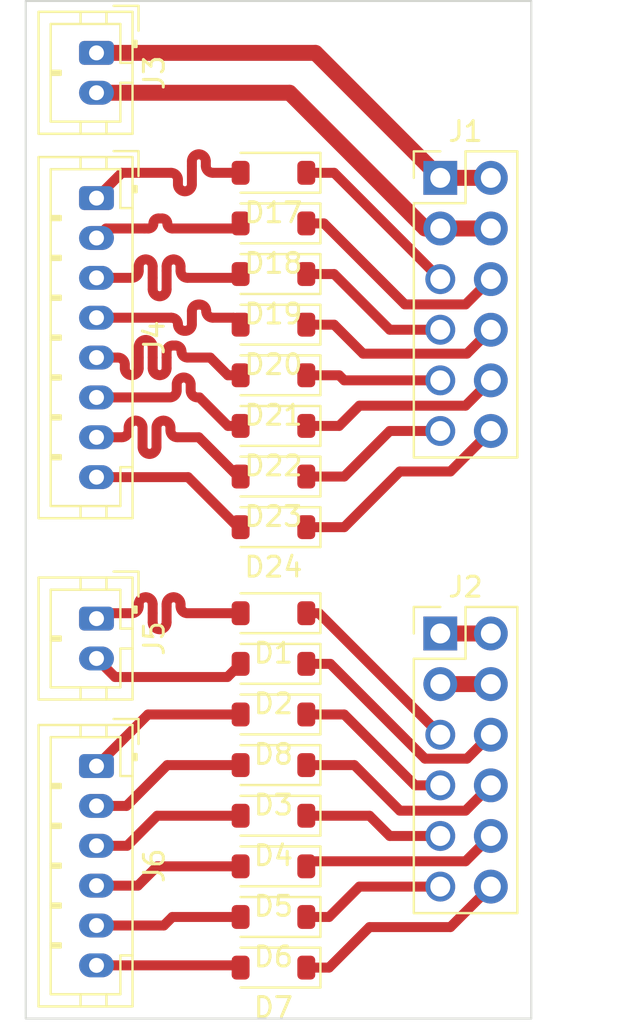
<source format=kicad_pcb>
(kicad_pcb (version 20221018) (generator pcbnew)
  (layers (0 "F.Cu" signal) (31 "B.Cu" signal) (34 "B.Paste" user) (35 "F.Paste" user) (36 "B.SilkS" user "B.Silkscreen") (37 "F.SilkS" user "F.Silkscreen") (38 "B.Mask" user) (39 "F.Mask" user) (44 "Edge.Cuts" user))
  (net 0 "")
  (net 1 "IO8")
  (net 2 "Net-(D1-A)")
  (net 3 "IO9")
  (net 4 "Net-(D2-A)")
  (net 5 "IO11")
  (net 6 "Net-(D3-A)")
  (net 7 "IO12")
  (net 8 "Net-(D4-A)")
  (net 9 "IO13")
  (net 10 "Net-(D5-A)")
  (net 11 "IO14")
  (net 12 "Net-(D6-A)")
  (net 13 "IO15")
  (net 14 "Net-(D7-A)")
  (net 15 "IO10")
  (net 16 "Net-(D8-A)")
  (net 17 "IO0")
  (net 18 "Net-(D17-A)")
  (net 19 "IO1")
  (net 20 "Net-(D18-A)")
  (net 21 "IO2")
  (net 22 "Net-(D19-A)")
  (net 23 "IO3")
  (net 24 "Net-(D20-A)")
  (net 25 "IO4")
  (net 26 "Net-(D21-A)")
  (net 27 "IO5")
  (net 28 "Net-(D22-A)")
  (net 29 "IO6")
  (net 30 "Net-(D23-A)")
  (net 31 "IO7")
  (net 32 "Net-(D24-A)")
  (net 33 "+3V3")
  (net 34 "GND")
  (footprint "Connector_JST:JST_PH_B8B-PH-K_1x08_P2.00mm_Vertical" (layer "F.Cu") (at 4.572 -42.942 -90)
    (fp_text reference "J4" (at 7 -2.9 90) (layer "F.SilkS"))
    (fp_text value "DATA")
    (fp_line (start -2.36 -2.11) (end -2.36 -0.86) (stroke (width 0.12)) (layer "F.SilkS"))
    (fp_line (start -2.06 -1.81) (end -2.06 2.91) (stroke (width 0.12)) (layer "F.SilkS"))
    (fp_line (start -2.06 -0.5) (end -1.45 -0.5) (stroke (width 0.12)) (layer "F.SilkS"))
    (fp_line (start -2.06 0.8) (end -1.45 0.8) (stroke (width 0.12)) (layer "F.SilkS"))
    (fp_line (start -2.06 2.91) (end 16.06 2.91) (stroke (width 0.12)) (layer "F.SilkS"))
    (fp_line (start -1.45 -1.2) (end -1.45 2.3) (stroke (width 0.12)) (layer "F.SilkS"))
    (fp_line (start -1.45 2.3) (end 15.45 2.3) (stroke (width 0.12)) (layer "F.SilkS"))
    (fp_line (start -1.11 -2.11) (end -2.36 -2.11) (stroke (width 0.12)) (layer "F.SilkS"))
    (fp_line (start -0.6 -2.01) (end -0.6 -1.81) (stroke (width 0.12)) (layer "F.SilkS"))
    (fp_line (start -0.3 -2.01) (end -0.6 -2.01) (stroke (width 0.12)) (layer "F.SilkS"))
    (fp_line (start -0.3 -1.91) (end -0.6 -1.91) (stroke (width 0.12)) (layer "F.SilkS"))
    (fp_line (start -0.3 -1.81) (end -0.3 -2.01) (stroke (width 0.12)) (layer "F.SilkS"))
    (fp_line (start 0.5 -1.81) (end 0.5 -1.2) (stroke (width 0.12)) (layer "F.SilkS"))
    (fp_line (start 0.5 -1.2) (end -1.45 -1.2) (stroke (width 0.12)) (layer "F.SilkS"))
    (fp_line (start 0.9 1.8) (end 1.1 1.8) (stroke (width 0.12)) (layer "F.SilkS"))
    (fp_line (start 0.9 2.3) (end 0.9 1.8) (stroke (width 0.12)) (layer "F.SilkS"))
    (fp_line (start 1 2.3) (end 1 1.8) (stroke (width 0.12)) (layer "F.SilkS"))
    (fp_line (start 1.1 1.8) (end 1.1 2.3) (stroke (width 0.12)) (layer "F.SilkS"))
    (fp_line (start 2.9 1.8) (end 3.1 1.8) (stroke (width 0.12)) (layer "F.SilkS"))
    (fp_line (start 2.9 2.3) (end 2.9 1.8) (stroke (width 0.12)) (layer "F.SilkS"))
    (fp_line (start 3 2.3) (end 3 1.8) (stroke (width 0.12)) (layer "F.SilkS"))
    (fp_line (start 3.1 1.8) (end 3.1 2.3) (stroke (width 0.12)) (layer "F.SilkS"))
    (fp_line (start 4.9 1.8) (end 5.1 1.8) (stroke (width 0.12)) (layer "F.SilkS"))
    (fp_line (start 4.9 2.3) (end 4.9 1.8) (stroke (width 0.12)) (layer "F.SilkS"))
    (fp_line (start 5 2.3) (end 5 1.8) (stroke (width 0.12)) (layer "F.SilkS"))
    (fp_line (start 5.1 1.8) (end 5.1 2.3) (stroke (width 0.12)) (layer "F.SilkS"))
    (fp_line (start 6.9 1.8) (end 7.1 1.8) (stroke (width 0.12)) (layer "F.SilkS"))
    (fp_line (start 6.9 2.3) (end 6.9 1.8) (stroke (width 0.12)) (layer "F.SilkS"))
    (fp_line (start 7 2.3) (end 7 1.8) (stroke (width 0.12)) (layer "F.SilkS"))
    (fp_line (start 7.1 1.8) (end 7.1 2.3) (stroke (width 0.12)) (layer "F.SilkS"))
    (fp_line (start 8.9 1.8) (end 9.1 1.8) (stroke (width 0.12)) (layer "F.SilkS"))
    (fp_line (start 8.9 2.3) (end 8.9 1.8) (stroke (width 0.12)) (layer "F.SilkS"))
    (fp_line (start 9 2.3) (end 9 1.8) (stroke (width 0.12)) (layer "F.SilkS"))
    (fp_line (start 9.1 1.8) (end 9.1 2.3) (stroke (width 0.12)) (layer "F.SilkS"))
    (fp_line (start 10.9 1.8) (end 11.1 1.8) (stroke (width 0.12)) (layer "F.SilkS"))
    (fp_line (start 10.9 2.3) (end 10.9 1.8) (stroke (width 0.12)) (layer "F.SilkS"))
    (fp_line (start 11 2.3) (end 11 1.8) (stroke (width 0.12)) (layer "F.SilkS"))
    (fp_line (start 11.1 1.8) (end 11.1 2.3) (stroke (width 0.12)) (layer "F.SilkS"))
    (fp_line (start 12.9 1.8) (end 13.1 1.8) (stroke (width 0.12)) (layer "F.SilkS"))
    (fp_line (start 12.9 2.3) (end 12.9 1.8) (stroke (width 0.12)) (layer "F.SilkS"))
    (fp_line (start 13 2.3) (end 13 1.8) (stroke (width 0.12)) (layer "F.SilkS"))
    (fp_line (start 13.1 1.8) (end 13.1 2.3) (stroke (width 0.12)) (layer "F.SilkS"))
    (fp_line (start 13.5 -1.2) (end 13.5 -1.81) (stroke (width 0.12)) (layer "F.SilkS"))
    (fp_line (start 15.45 -1.2) (end 13.5 -1.2) (stroke (width 0.12)) (layer "F.SilkS"))
    (fp_line (start 15.45 2.3) (end 15.45 -1.2) (stroke (width 0.12)) (layer "F.SilkS"))
    (fp_line (start 16.06 -1.81) (end -2.06 -1.81) (stroke (width 0.12)) (layer "F.SilkS"))
    (fp_line (start 16.06 -0.5) (end 15.45 -0.5) (stroke (width 0.12)) (layer "F.SilkS"))
    (fp_line (start 16.06 0.8) (end 15.45 0.8) (stroke (width 0.12)) (layer "F.SilkS"))
    (fp_line (start 16.06 2.91) (end 16.06 -1.81) (stroke (width 0.12)) (layer "F.SilkS"))
    (pad "1" thru_hole roundrect (at 0 0 270) (size 1.2 1.75) (drill 0.75) (layers "*.Cu" "*.Mask") (roundrect_rratio 0.208333) (net 18 "Net-(D17-A)"))
    (pad "2" thru_hole oval (at 2 0 270) (size 1.2 1.75) (drill 0.75) (layers "*.Cu" "*.Mask") (net 20 "Net-(D18-A)"))
    (pad "3" thru_hole oval (at 4 0 270) (size 1.2 1.75) (drill 0.75) (layers "*.Cu" "*.Mask") (net 22 "Net-(D19-A)"))
    (pad "4" thru_hole oval (at 6 0 270) (size 1.2 1.75) (drill 0.75) (layers "*.Cu" "*.Mask") (net 24 "Net-(D20-A)"))
    (pad "5" thru_hole oval (at 8 0 270) (size 1.2 1.75) (drill 0.75) (layers "*.Cu" "*.Mask") (net 26 "Net-(D21-A)"))
    (pad "6" thru_hole oval (at 10 0 270) (size 1.2 1.75) (drill 0.75) (layers "*.Cu" "*.Mask") (net 28 "Net-(D22-A)"))
    (pad "7" thru_hole oval (at 12 0 270) (size 1.2 1.75) (drill 0.75) (layers "*.Cu" "*.Mask") (net 30 "Net-(D23-A)"))
    (pad "8" thru_hole oval (at 14 0 270) (size 1.2 1.75) (drill 0.75) (layers "*.Cu" "*.Mask") (net 32 "Net-(D24-A)"))
  )
  (footprint "Diode_SMD:D_SOD-123" (layer "F.Cu") (at 13.462 -4.334 180)
    (fp_text reference "D7" (at 0 -2) (layer "F.SilkS"))
    (fp_text value "D_Schottky")
    (fp_line (start -2.36 -1) (end -2.36 1) (stroke (width 0.12)) (layer "F.SilkS"))
    (fp_line (start -2.36 -1) (end 1.65 -1) (stroke (width 0.12)) (layer "F.SilkS"))
    (fp_line (start -2.36 1) (end 1.65 1) (stroke (width 0.12)) (layer "F.SilkS"))
    (pad "1" smd roundrect (at -1.65 0 180) (size 0.9 1.2) (layers "F.Cu" "F.Paste" "F.Mask") (net 13 "IO15"))
    (pad "2" smd roundrect (at 1.65 0 180) (size 0.9 1.2) (layers "F.Cu" "F.Paste" "F.Mask") (net 14 "Net-(D7-A)"))
  )
  (footprint "Diode_SMD:D_SOD-123" (layer "F.Cu") (at 13.462 -44.212 180)
    (fp_text reference "D17" (at 0 -2) (layer "F.SilkS"))
    (fp_text value "D_Schottky")
    (fp_line (start -2.36 -1) (end -2.36 1) (stroke (width 0.12)) (layer "F.SilkS"))
    (fp_line (start -2.36 -1) (end 1.65 -1) (stroke (width 0.12)) (layer "F.SilkS"))
    (fp_line (start -2.36 1) (end 1.65 1) (stroke (width 0.12)) (layer "F.SilkS"))
    (pad "1" smd roundrect (at -1.65 0 180) (size 0.9 1.2) (layers "F.Cu" "F.Paste" "F.Mask") (net 17 "IO0"))
    (pad "2" smd roundrect (at 1.65 0 180) (size 0.9 1.2) (layers "F.Cu" "F.Paste" "F.Mask") (net 18 "Net-(D17-A)"))
  )
  (footprint "Connector_JST:JST_PH_B6B-PH-K_1x06_P2.00mm_Vertical" (layer "F.Cu") (at 4.572 -14.446 -90)
    (fp_text reference "J6" (at 5 -2.9 90) (layer "F.SilkS"))
    (fp_text value "MISC")
    (fp_line (start -2.36 -2.11) (end -2.36 -0.86) (stroke (width 0.12)) (layer "F.SilkS"))
    (fp_line (start -2.06 -1.81) (end -2.06 2.91) (stroke (width 0.12)) (layer "F.SilkS"))
    (fp_line (start -2.06 -0.5) (end -1.45 -0.5) (stroke (width 0.12)) (layer "F.SilkS"))
    (fp_line (start -2.06 0.8) (end -1.45 0.8) (stroke (width 0.12)) (layer "F.SilkS"))
    (fp_line (start -2.06 2.91) (end 12.06 2.91) (stroke (width 0.12)) (layer "F.SilkS"))
    (fp_line (start -1.45 -1.2) (end -1.45 2.3) (stroke (width 0.12)) (layer "F.SilkS"))
    (fp_line (start -1.45 2.3) (end 11.45 2.3) (stroke (width 0.12)) (layer "F.SilkS"))
    (fp_line (start -1.11 -2.11) (end -2.36 -2.11) (stroke (width 0.12)) (layer "F.SilkS"))
    (fp_line (start -0.6 -2.01) (end -0.6 -1.81) (stroke (width 0.12)) (layer "F.SilkS"))
    (fp_line (start -0.3 -2.01) (end -0.6 -2.01) (stroke (width 0.12)) (layer "F.SilkS"))
    (fp_line (start -0.3 -1.91) (end -0.6 -1.91) (stroke (width 0.12)) (layer "F.SilkS"))
    (fp_line (start -0.3 -1.81) (end -0.3 -2.01) (stroke (width 0.12)) (layer "F.SilkS"))
    (fp_line (start 0.5 -1.81) (end 0.5 -1.2) (stroke (width 0.12)) (layer "F.SilkS"))
    (fp_line (start 0.5 -1.2) (end -1.45 -1.2) (stroke (width 0.12)) (layer "F.SilkS"))
    (fp_line (start 0.9 1.8) (end 1.1 1.8) (stroke (width 0.12)) (layer "F.SilkS"))
    (fp_line (start 0.9 2.3) (end 0.9 1.8) (stroke (width 0.12)) (layer "F.SilkS"))
    (fp_line (start 1 2.3) (end 1 1.8) (stroke (width 0.12)) (layer "F.SilkS"))
    (fp_line (start 1.1 1.8) (end 1.1 2.3) (stroke (width 0.12)) (layer "F.SilkS"))
    (fp_line (start 2.9 1.8) (end 3.1 1.8) (stroke (width 0.12)) (layer "F.SilkS"))
    (fp_line (start 2.9 2.3) (end 2.9 1.8) (stroke (width 0.12)) (layer "F.SilkS"))
    (fp_line (start 3 2.3) (end 3 1.8) (stroke (width 0.12)) (layer "F.SilkS"))
    (fp_line (start 3.1 1.8) (end 3.1 2.3) (stroke (width 0.12)) (layer "F.SilkS"))
    (fp_line (start 4.9 1.8) (end 5.1 1.8) (stroke (width 0.12)) (layer "F.SilkS"))
    (fp_line (start 4.9 2.3) (end 4.9 1.8) (stroke (width 0.12)) (layer "F.SilkS"))
    (fp_line (start 5 2.3) (end 5 1.8) (stroke (width 0.12)) (layer "F.SilkS"))
    (fp_line (start 5.1 1.8) (end 5.1 2.3) (stroke (width 0.12)) (layer "F.SilkS"))
    (fp_line (start 6.9 1.8) (end 7.1 1.8) (stroke (width 0.12)) (layer "F.SilkS"))
    (fp_line (start 6.9 2.3) (end 6.9 1.8) (stroke (width 0.12)) (layer "F.SilkS"))
    (fp_line (start 7 2.3) (end 7 1.8) (stroke (width 0.12)) (layer "F.SilkS"))
    (fp_line (start 7.1 1.8) (end 7.1 2.3) (stroke (width 0.12)) (layer "F.SilkS"))
    (fp_line (start 8.9 1.8) (end 9.1 1.8) (stroke (width 0.12)) (layer "F.SilkS"))
    (fp_line (start 8.9 2.3) (end 8.9 1.8) (stroke (width 0.12)) (layer "F.SilkS"))
    (fp_line (start 9 2.3) (end 9 1.8) (stroke (width 0.12)) (layer "F.SilkS"))
    (fp_line (start 9.1 1.8) (end 9.1 2.3) (stroke (width 0.12)) (layer "F.SilkS"))
    (fp_line (start 9.5 -1.2) (end 9.5 -1.81) (stroke (width 0.12)) (layer "F.SilkS"))
    (fp_line (start 11.45 -1.2) (end 9.5 -1.2) (stroke (width 0.12)) (layer "F.SilkS"))
    (fp_line (start 11.45 2.3) (end 11.45 -1.2) (stroke (width 0.12)) (layer "F.SilkS"))
    (fp_line (start 12.06 -1.81) (end -2.06 -1.81) (stroke (width 0.12)) (layer "F.SilkS"))
    (fp_line (start 12.06 -0.5) (end 11.45 -0.5) (stroke (width 0.12)) (layer "F.SilkS"))
    (fp_line (start 12.06 0.8) (end 11.45 0.8) (stroke (width 0.12)) (layer "F.SilkS"))
    (fp_line (start 12.06 2.91) (end 12.06 -1.81) (stroke (width 0.12)) (layer "F.SilkS"))
    (pad "1" thru_hole roundrect (at 0 0 270) (size 1.2 1.75) (drill 0.75) (layers "*.Cu" "*.Mask") (roundrect_rratio 0.208333) (net 16 "Net-(D8-A)"))
    (pad "2" thru_hole oval (at 2 0 270) (size 1.2 1.75) (drill 0.75) (layers "*.Cu" "*.Mask") (net 6 "Net-(D3-A)"))
    (pad "3" thru_hole oval (at 4 0 270) (size 1.2 1.75) (drill 0.75) (layers "*.Cu" "*.Mask") (net 8 "Net-(D4-A)"))
    (pad "4" thru_hole oval (at 6 0 270) (size 1.2 1.75) (drill 0.75) (layers "*.Cu" "*.Mask") (net 10 "Net-(D5-A)"))
    (pad "5" thru_hole oval (at 8 0 270) (size 1.2 1.75) (drill 0.75) (layers "*.Cu" "*.Mask") (net 12 "Net-(D6-A)"))
    (pad "6" thru_hole oval (at 10 0 270) (size 1.2 1.75) (drill 0.75) (layers "*.Cu" "*.Mask") (net 14 "Net-(D7-A)"))
  )
  (footprint "Diode_SMD:D_SOD-123" (layer "F.Cu") (at 13.462 -31.512 180)
    (fp_text reference "D22" (at 0 -2) (layer "F.SilkS"))
    (fp_text value "D_Schottky")
    (fp_line (start -2.36 -1) (end -2.36 1) (stroke (width 0.12)) (layer "F.SilkS"))
    (fp_line (start -2.36 -1) (end 1.65 -1) (stroke (width 0.12)) (layer "F.SilkS"))
    (fp_line (start -2.36 1) (end 1.65 1) (stroke (width 0.12)) (layer "F.SilkS"))
    (pad "1" smd roundrect (at -1.65 0 180) (size 0.9 1.2) (layers "F.Cu" "F.Paste" "F.Mask") (net 27 "IO5"))
    (pad "2" smd roundrect (at 1.65 0 180) (size 0.9 1.2) (layers "F.Cu" "F.Paste" "F.Mask") (net 28 "Net-(D22-A)"))
  )
  (footprint "Connector_JST:JST_PH_B2B-PH-K_1x02_P2.00mm_Vertical" (layer "F.Cu") (at 4.572 -50.229 -90)
    (fp_text reference "J3" (at 1 -2.9 -270) (layer "F.SilkS"))
    (fp_text value "PWR")
    (fp_line (start -2.36 -2.11) (end -2.36 -0.86) (stroke (width 0.12)) (layer "F.SilkS"))
    (fp_line (start -2.06 -1.81) (end -2.06 2.91) (stroke (width 0.12)) (layer "F.SilkS"))
    (fp_line (start -2.06 -0.5) (end -1.45 -0.5) (stroke (width 0.12)) (layer "F.SilkS"))
    (fp_line (start -2.06 0.8) (end -1.45 0.8) (stroke (width 0.12)) (layer "F.SilkS"))
    (fp_line (start -2.06 2.91) (end 4.06 2.91) (stroke (width 0.12)) (layer "F.SilkS"))
    (fp_line (start -1.45 -1.2) (end -1.45 2.3) (stroke (width 0.12)) (layer "F.SilkS"))
    (fp_line (start -1.45 2.3) (end 3.45 2.3) (stroke (width 0.12)) (layer "F.SilkS"))
    (fp_line (start -1.11 -2.11) (end -2.36 -2.11) (stroke (width 0.12)) (layer "F.SilkS"))
    (fp_line (start -0.6 -2.01) (end -0.6 -1.81) (stroke (width 0.12)) (layer "F.SilkS"))
    (fp_line (start -0.3 -2.01) (end -0.6 -2.01) (stroke (width 0.12)) (layer "F.SilkS"))
    (fp_line (start -0.3 -1.91) (end -0.6 -1.91) (stroke (width 0.12)) (layer "F.SilkS"))
    (fp_line (start -0.3 -1.81) (end -0.3 -2.01) (stroke (width 0.12)) (layer "F.SilkS"))
    (fp_line (start 0.5 -1.81) (end 0.5 -1.2) (stroke (width 0.12)) (layer "F.SilkS"))
    (fp_line (start 0.5 -1.2) (end -1.45 -1.2) (stroke (width 0.12)) (layer "F.SilkS"))
    (fp_line (start 0.9 1.8) (end 1.1 1.8) (stroke (width 0.12)) (layer "F.SilkS"))
    (fp_line (start 0.9 2.3) (end 0.9 1.8) (stroke (width 0.12)) (layer "F.SilkS"))
    (fp_line (start 1 2.3) (end 1 1.8) (stroke (width 0.12)) (layer "F.SilkS"))
    (fp_line (start 1.1 1.8) (end 1.1 2.3) (stroke (width 0.12)) (layer "F.SilkS"))
    (fp_line (start 1.5 -1.2) (end 1.5 -1.81) (stroke (width 0.12)) (layer "F.SilkS"))
    (fp_line (start 3.45 -1.2) (end 1.5 -1.2) (stroke (width 0.12)) (layer "F.SilkS"))
    (fp_line (start 3.45 2.3) (end 3.45 -1.2) (stroke (width 0.12)) (layer "F.SilkS"))
    (fp_line (start 4.06 -1.81) (end -2.06 -1.81) (stroke (width 0.12)) (layer "F.SilkS"))
    (fp_line (start 4.06 -0.5) (end 3.45 -0.5) (stroke (width 0.12)) (layer "F.SilkS"))
    (fp_line (start 4.06 0.8) (end 3.45 0.8) (stroke (width 0.12)) (layer "F.SilkS"))
    (fp_line (start 4.06 2.91) (end 4.06 -1.81) (stroke (width 0.12)) (layer "F.SilkS"))
    (pad "1" thru_hole roundrect (at 0 0 270) (size 1.2 1.75) (drill 0.75) (layers "*.Cu" "*.Mask") (roundrect_rratio 0.208333) (net 33 "+3V3"))
    (pad "2" thru_hole oval (at 2 0 270) (size 1.2 1.75) (drill 0.75) (layers "*.Cu" "*.Mask") (net 34 "GND"))
  )
  (footprint "Diode_SMD:D_SOD-123" (layer "F.Cu") (at 13.462 -22.114 180)
    (fp_text reference "D1" (at 0 -2) (layer "F.SilkS"))
    (fp_text value "D_Schottky")
    (fp_line (start -2.36 -1) (end -2.36 1) (stroke (width 0.12)) (layer "F.SilkS"))
    (fp_line (start -2.36 -1) (end 1.65 -1) (stroke (width 0.12)) (layer "F.SilkS"))
    (fp_line (start -2.36 1) (end 1.65 1) (stroke (width 0.12)) (layer "F.SilkS"))
    (pad "1" smd roundrect (at -1.65 0 180) (size 0.9 1.2) (layers "F.Cu" "F.Paste" "F.Mask") (net 1 "IO8"))
    (pad "2" smd roundrect (at 1.65 0 180) (size 0.9 1.2) (layers "F.Cu" "F.Paste" "F.Mask") (net 2 "Net-(D1-A)"))
  )
  (footprint "Diode_SMD:D_SOD-123" (layer "F.Cu") (at 13.462 -11.954 180)
    (fp_text reference "D4" (at 0 -2) (layer "F.SilkS"))
    (fp_text value "D_Schottky")
    (fp_line (start -2.36 -1) (end -2.36 1) (stroke (width 0.12)) (layer "F.SilkS"))
    (fp_line (start -2.36 -1) (end 1.65 -1) (stroke (width 0.12)) (layer "F.SilkS"))
    (fp_line (start -2.36 1) (end 1.65 1) (stroke (width 0.12)) (layer "F.SilkS"))
    (pad "1" smd roundrect (at -1.65 0 180) (size 0.9 1.2) (layers "F.Cu" "F.Paste" "F.Mask") (net 7 "IO12"))
    (pad "2" smd roundrect (at 1.65 0 180) (size 0.9 1.2) (layers "F.Cu" "F.Paste" "F.Mask") (net 8 "Net-(D4-A)"))
  )
  (footprint "Diode_SMD:D_SOD-123" (layer "F.Cu") (at 13.462 -14.494 180)
    (fp_text reference "D3" (at 0 -2) (layer "F.SilkS"))
    (fp_text value "D_Schottky")
    (fp_line (start -2.36 -1) (end -2.36 1) (stroke (width 0.12)) (layer "F.SilkS"))
    (fp_line (start -2.36 -1) (end 1.65 -1) (stroke (width 0.12)) (layer "F.SilkS"))
    (fp_line (start -2.36 1) (end 1.65 1) (stroke (width 0.12)) (layer "F.SilkS"))
    (pad "1" smd roundrect (at -1.65 0 180) (size 0.9 1.2) (layers "F.Cu" "F.Paste" "F.Mask") (net 5 "IO11"))
    (pad "2" smd roundrect (at 1.65 0 180) (size 0.9 1.2) (layers "F.Cu" "F.Paste" "F.Mask") (net 6 "Net-(D3-A)"))
  )
  (footprint "Connector_JST:JST_PH_B2B-PH-K_1x02_P2.00mm_Vertical" (layer "F.Cu") (at 4.572 -21.844 -90)
    (fp_text reference "J5" (at 1 -2.9 90) (layer "F.SilkS"))
    (fp_text value "CLK")
    (fp_line (start -2.36 -2.11) (end -2.36 -0.86) (stroke (width 0.12)) (layer "F.SilkS"))
    (fp_line (start -2.06 -1.81) (end -2.06 2.91) (stroke (width 0.12)) (layer "F.SilkS"))
    (fp_line (start -2.06 -0.5) (end -1.45 -0.5) (stroke (width 0.12)) (layer "F.SilkS"))
    (fp_line (start -2.06 0.8) (end -1.45 0.8) (stroke (width 0.12)) (layer "F.SilkS"))
    (fp_line (start -2.06 2.91) (end 4.06 2.91) (stroke (width 0.12)) (layer "F.SilkS"))
    (fp_line (start -1.45 -1.2) (end -1.45 2.3) (stroke (width 0.12)) (layer "F.SilkS"))
    (fp_line (start -1.45 2.3) (end 3.45 2.3) (stroke (width 0.12)) (layer "F.SilkS"))
    (fp_line (start -1.11 -2.11) (end -2.36 -2.11) (stroke (width 0.12)) (layer "F.SilkS"))
    (fp_line (start -0.6 -2.01) (end -0.6 -1.81) (stroke (width 0.12)) (layer "F.SilkS"))
    (fp_line (start -0.3 -2.01) (end -0.6 -2.01) (stroke (width 0.12)) (layer "F.SilkS"))
    (fp_line (start -0.3 -1.91) (end -0.6 -1.91) (stroke (width 0.12)) (layer "F.SilkS"))
    (fp_line (start -0.3 -1.81) (end -0.3 -2.01) (stroke (width 0.12)) (layer "F.SilkS"))
    (fp_line (start 0.5 -1.81) (end 0.5 -1.2) (stroke (width 0.12)) (layer "F.SilkS"))
    (fp_line (start 0.5 -1.2) (end -1.45 -1.2) (stroke (width 0.12)) (layer "F.SilkS"))
    (fp_line (start 0.9 1.8) (end 1.1 1.8) (stroke (width 0.12)) (layer "F.SilkS"))
    (fp_line (start 0.9 2.3) (end 0.9 1.8) (stroke (width 0.12)) (layer "F.SilkS"))
    (fp_line (start 1 2.3) (end 1 1.8) (stroke (width 0.12)) (layer "F.SilkS"))
    (fp_line (start 1.1 1.8) (end 1.1 2.3) (stroke (width 0.12)) (layer "F.SilkS"))
    (fp_line (start 1.5 -1.2) (end 1.5 -1.81) (stroke (width 0.12)) (layer "F.SilkS"))
    (fp_line (start 3.45 -1.2) (end 1.5 -1.2) (stroke (width 0.12)) (layer "F.SilkS"))
    (fp_line (start 3.45 2.3) (end 3.45 -1.2) (stroke (width 0.12)) (layer "F.SilkS"))
    (fp_line (start 4.06 -1.81) (end -2.06 -1.81) (stroke (width 0.12)) (layer "F.SilkS"))
    (fp_line (start 4.06 -0.5) (end 3.45 -0.5) (stroke (width 0.12)) (layer "F.SilkS"))
    (fp_line (start 4.06 0.8) (end 3.45 0.8) (stroke (width 0.12)) (layer "F.SilkS"))
    (fp_line (start 4.06 2.91) (end 4.06 -1.81) (stroke (width 0.12)) (layer "F.SilkS"))
    (pad "1" thru_hole roundrect (at 0 0 270) (size 1.2 1.75) (drill 0.75) (layers "*.Cu" "*.Mask") (roundrect_rratio 0.208333) (net 2 "Net-(D1-A)"))
    (pad "2" thru_hole oval (at 2 0 270) (size 1.2 1.75) (drill 0.75) (layers "*.Cu" "*.Mask") (net 4 "Net-(D2-A)"))
  )
  (footprint "Diode_SMD:D_SOD-123" (layer "F.Cu") (at 13.462 -6.874 180)
    (fp_text reference "D6" (at 0 -2) (layer "F.SilkS"))
    (fp_text value "D_Schottky")
    (fp_line (start -2.36 -1) (end -2.36 1) (stroke (width 0.12)) (layer "F.SilkS"))
    (fp_line (start -2.36 -1) (end 1.65 -1) (stroke (width 0.12)) (layer "F.SilkS"))
    (fp_line (start -2.36 1) (end 1.65 1) (stroke (width 0.12)) (layer "F.SilkS"))
    (pad "1" smd roundrect (at -1.65 0 180) (size 0.9 1.2) (layers "F.Cu" "F.Paste" "F.Mask") (net 11 "IO14"))
    (pad "2" smd roundrect (at 1.65 0 180) (size 0.9 1.2) (layers "F.Cu" "F.Paste" "F.Mask") (net 12 "Net-(D6-A)"))
  )
  (footprint "Diode_SMD:D_SOD-123" (layer "F.Cu") (at 13.462 -28.972 180)
    (fp_text reference "D23" (at 0 -2) (layer "F.SilkS"))
    (fp_text value "D_Schottky")
    (fp_line (start -2.36 -1) (end -2.36 1) (stroke (width 0.12)) (layer "F.SilkS"))
    (fp_line (start -2.36 -1) (end 1.65 -1) (stroke (width 0.12)) (layer "F.SilkS"))
    (fp_line (start -2.36 1) (end 1.65 1) (stroke (width 0.12)) (layer "F.SilkS"))
    (pad "1" smd roundrect (at -1.65 0 180) (size 0.9 1.2) (layers "F.Cu" "F.Paste" "F.Mask") (net 29 "IO6"))
    (pad "2" smd roundrect (at 1.65 0 180) (size 0.9 1.2) (layers "F.Cu" "F.Paste" "F.Mask") (net 30 "Net-(D23-A)"))
  )
  (footprint "Diode_SMD:D_SOD-123" (layer "F.Cu") (at 13.462 -41.672 180)
    (fp_text reference "D18" (at 0 -2) (layer "F.SilkS"))
    (fp_text value "D_Schottky")
    (fp_line (start -2.36 -1) (end -2.36 1) (stroke (width 0.12)) (layer "F.SilkS"))
    (fp_line (start -2.36 -1) (end 1.65 -1) (stroke (width 0.12)) (layer "F.SilkS"))
    (fp_line (start -2.36 1) (end 1.65 1) (stroke (width 0.12)) (layer "F.SilkS"))
    (pad "1" smd roundrect (at -1.65 0 180) (size 0.9 1.2) (layers "F.Cu" "F.Paste" "F.Mask") (net 19 "IO1"))
    (pad "2" smd roundrect (at 1.65 0 180) (size 0.9 1.2) (layers "F.Cu" "F.Paste" "F.Mask") (net 20 "Net-(D18-A)"))
  )
  (footprint "Connector_PinHeader_2.54mm:PinHeader_2x06_P2.54mm_Vertical" (layer "F.Cu") (at 21.844 -43.958)
    (fp_text reference "J1" (at 1.27 -2.33) (layer "F.SilkS"))
    (fp_text value "Conn_02x06_Odd_Even")
    (fp_line (start -1.33 -1.33) (end 0 -1.33) (stroke (width 0.12)) (layer "F.SilkS"))
    (fp_line (start -1.33 0) (end -1.33 -1.33) (stroke (width 0.12)) (layer "F.SilkS"))
    (fp_line (start -1.33 1.27) (end -1.33 14.03) (stroke (width 0.12)) (layer "F.SilkS"))
    (fp_line (start -1.33 1.27) (end 1.27 1.27) (stroke (width 0.12)) (layer "F.SilkS"))
    (fp_line (start -1.33 14.03) (end 3.87 14.03) (stroke (width 0.12)) (layer "F.SilkS"))
    (fp_line (start 1.27 -1.33) (end 3.87 -1.33) (stroke (width 0.12)) (layer "F.SilkS"))
    (fp_line (start 1.27 1.27) (end 1.27 -1.33) (stroke (width 0.12)) (layer "F.SilkS"))
    (fp_line (start 3.87 -1.33) (end 3.87 14.03) (stroke (width 0.12)) (layer "F.SilkS"))
    (pad "1" thru_hole rect (at 0 0) (size 1.7 1.7) (drill 1) (layers "*.Cu" "*.Mask") (net 33 "+3V3"))
    (pad "2" thru_hole oval (at 2.54 0) (size 1.7 1.7) (drill 1) (layers "*.Cu" "*.Mask") (net 33 "+3V3"))
    (pad "3" thru_hole oval (at 0 2.54) (size 1.7 1.7) (drill 1) (layers "*.Cu" "*.Mask") (net 34 "GND"))
    (pad "4" thru_hole oval (at 2.54 2.54) (size 1.7 1.7) (drill 1) (layers "*.Cu" "*.Mask") (net 34 "GND"))
    (pad "5" thru_hole oval (at 0 5.08) (size 1.5 1.5) (drill 1) (layers "*.Cu" "*.Mask") (net 17 "IO0"))
    (pad "6" thru_hole oval (at 2.54 5.08) (size 1.7 1.7) (drill 1) (layers "*.Cu" "*.Mask") (net 19 "IO1"))
    (pad "7" thru_hole oval (at 0 7.62) (size 1.5 1.5) (drill 1) (layers "*.Cu" "*.Mask") (net 21 "IO2"))
    (pad "8" thru_hole oval (at 2.54 7.62) (size 1.7 1.7) (drill 1) (layers "*.Cu" "*.Mask") (net 23 "IO3"))
    (pad "9" thru_hole oval (at 0 10.16) (size 1.5 1.5) (drill 1) (layers "*.Cu" "*.Mask") (net 25 "IO4"))
    (pad "10" thru_hole oval (at 2.54 10.16) (size 1.7 1.7) (drill 1) (layers "*.Cu" "*.Mask") (net 27 "IO5"))
    (pad "11" thru_hole oval (at 0 12.7) (size 1.5 1.5) (drill 1) (layers "*.Cu" "*.Mask") (net 29 "IO6"))
    (pad "12" thru_hole oval (at 2.54 12.7) (size 1.7 1.7) (drill 1) (layers "*.Cu" "*.Mask") (net 31 "IO7"))
  )
  (footprint "Diode_SMD:D_SOD-123" (layer "F.Cu") (at 13.462 -36.592 180)
    (fp_text reference "D20" (at 0 -2) (layer "F.SilkS"))
    (fp_text value "D_Schottky")
    (fp_line (start -2.36 -1) (end -2.36 1) (stroke (width 0.12)) (layer "F.SilkS"))
    (fp_line (start -2.36 -1) (end 1.65 -1) (stroke (width 0.12)) (layer "F.SilkS"))
    (fp_line (start -2.36 1) (end 1.65 1) (stroke (width 0.12)) (layer "F.SilkS"))
    (pad "1" smd roundrect (at -1.65 0 180) (size 0.9 1.2) (layers "F.Cu" "F.Paste" "F.Mask") (net 23 "IO3"))
    (pad "2" smd roundrect (at 1.65 0 180) (size 0.9 1.2) (layers "F.Cu" "F.Paste" "F.Mask") (net 24 "Net-(D20-A)"))
  )
  (footprint "Diode_SMD:D_SOD-123" (layer "F.Cu") (at 13.462 -19.574 180)
    (fp_text reference "D2" (at 0 -2) (layer "F.SilkS"))
    (fp_text value "D_Schottky")
    (fp_line (start -2.36 -1) (end -2.36 1) (stroke (width 0.12)) (layer "F.SilkS"))
    (fp_line (start -2.36 -1) (end 1.65 -1) (stroke (width 0.12)) (layer "F.SilkS"))
    (fp_line (start -2.36 1) (end 1.65 1) (stroke (width 0.12)) (layer "F.SilkS"))
    (pad "1" smd roundrect (at -1.65 0 180) (size 0.9 1.2) (layers "F.Cu" "F.Paste" "F.Mask") (net 3 "IO9"))
    (pad "2" smd roundrect (at 1.65 0 180) (size 0.9 1.2) (layers "F.Cu" "F.Paste" "F.Mask") (net 4 "Net-(D2-A)"))
  )
  (footprint "Diode_SMD:D_SOD-123" (layer "F.Cu") (at 13.462 -34.052 180)
    (fp_text reference "D21" (at 0 -2) (layer "F.SilkS"))
    (fp_text value "D_Schottky")
    (fp_line (start -2.36 -1) (end -2.36 1) (stroke (width 0.12)) (layer "F.SilkS"))
    (fp_line (start -2.36 -1) (end 1.65 -1) (stroke (width 0.12)) (layer "F.SilkS"))
    (fp_line (start -2.36 1) (end 1.65 1) (stroke (width 0.12)) (layer "F.SilkS"))
    (pad "1" smd roundrect (at -1.65 0 180) (size 0.9 1.2) (layers "F.Cu" "F.Paste" "F.Mask") (net 25 "IO4"))
    (pad "2" smd roundrect (at 1.65 0 180) (size 0.9 1.2) (layers "F.Cu" "F.Paste" "F.Mask") (net 26 "Net-(D21-A)"))
  )
  (footprint "Connector_PinHeader_2.54mm:PinHeader_2x06_P2.54mm_Vertical" (layer "F.Cu") (at 21.844 -21.098)
    (fp_text reference "J2" (at 1.27 -2.33) (layer "F.SilkS"))
    (fp_text value "Conn_02x06_Odd_Even")
    (fp_line (start -1.33 -1.33) (end 0 -1.33) (stroke (width 0.12)) (layer "F.SilkS"))
    (fp_line (start -1.33 0) (end -1.33 -1.33) (stroke (width 0.12)) (layer "F.SilkS"))
    (fp_line (start -1.33 1.27) (end -1.33 14.03) (stroke (width 0.12)) (layer "F.SilkS"))
    (fp_line (start -1.33 1.27) (end 1.27 1.27) (stroke (width 0.12)) (layer "F.SilkS"))
    (fp_line (start -1.33 14.03) (end 3.87 14.03) (stroke (width 0.12)) (layer "F.SilkS"))
    (fp_line (start 1.27 -1.33) (end 3.87 -1.33) (stroke (width 0.12)) (layer "F.SilkS"))
    (fp_line (start 1.27 1.27) (end 1.27 -1.33) (stroke (width 0.12)) (layer "F.SilkS"))
    (fp_line (start 3.87 -1.33) (end 3.87 14.03) (stroke (width 0.12)) (layer "F.SilkS"))
    (pad "1" thru_hole rect (at 0 0) (size 1.7 1.7) (drill 1) (layers "*.Cu" "*.Mask") (net 33 "+3V3"))
    (pad "2" thru_hole oval (at 2.54 0) (size 1.7 1.7) (drill 1) (layers "*.Cu" "*.Mask") (net 33 "+3V3"))
    (pad "3" thru_hole oval (at 0 2.54) (size 1.7 1.7) (drill 1) (layers "*.Cu" "*.Mask") (net 34 "GND"))
    (pad "4" thru_hole oval (at 2.54 2.54) (size 1.7 1.7) (drill 1) (layers "*.Cu" "*.Mask") (net 34 "GND"))
    (pad "5" thru_hole oval (at 0 5.08) (size 1.5 1.5) (drill 1) (layers "*.Cu" "*.Mask") (net 1 "IO8"))
    (pad "6" thru_hole oval (at 2.54 5.08) (size 1.7 1.7) (drill 1) (layers "*.Cu" "*.Mask") (net 3 "IO9"))
    (pad "7" thru_hole oval (at 0 7.62) (size 1.5 1.5) (drill 1) (layers "*.Cu" "*.Mask") (net 15 "IO10"))
    (pad "8" thru_hole oval (at 2.54 7.62) (size 1.7 1.7) (drill 1) (layers "*.Cu" "*.Mask") (net 5 "IO11"))
    (pad "9" thru_hole oval (at 0 10.16) (size 1.5 1.5) (drill 1) (layers "*.Cu" "*.Mask") (net 7 "IO12"))
    (pad "10" thru_hole oval (at 2.54 10.16) (size 1.7 1.7) (drill 1) (layers "*.Cu" "*.Mask") (net 9 "IO13"))
    (pad "11" thru_hole oval (at 0 12.7) (size 1.5 1.5) (drill 1) (layers "*.Cu" "*.Mask") (net 11 "IO14"))
    (pad "12" thru_hole oval (at 2.54 12.7) (size 1.7 1.7) (drill 1) (layers "*.Cu" "*.Mask") (net 13 "IO15"))
  )
  (footprint "Diode_SMD:D_SOD-123" (layer "F.Cu") (at 13.462 -26.432 180)
    (fp_text reference "D24" (at 0 -2) (layer "F.SilkS"))
    (fp_text value "D_Schottky")
    (fp_line (start -2.36 -1) (end -2.36 1) (stroke (width 0.12)) (layer "F.SilkS"))
    (fp_line (start -2.36 -1) (end 1.65 -1) (stroke (width 0.12)) (layer "F.SilkS"))
    (fp_line (start -2.36 1) (end 1.65 1) (stroke (width 0.12)) (layer "F.SilkS"))
    (pad "1" smd roundrect (at -1.65 0 180) (size 0.9 1.2) (layers "F.Cu" "F.Paste" "F.Mask") (net 31 "IO7"))
    (pad "2" smd roundrect (at 1.65 0 180) (size 0.9 1.2) (layers "F.Cu" "F.Paste" "F.Mask") (net 32 "Net-(D24-A)"))
  )
  (footprint "Diode_SMD:D_SOD-123" (layer "F.Cu") (at 13.462 -9.414 180)
    (fp_text reference "D5" (at 0 -2) (layer "F.SilkS"))
    (fp_text value "D_Schottky")
    (fp_line (start -2.36 -1) (end -2.36 1) (stroke (width 0.12)) (layer "F.SilkS"))
    (fp_line (start -2.36 -1) (end 1.65 -1) (stroke (width 0.12)) (layer "F.SilkS"))
    (fp_line (start -2.36 1) (end 1.65 1) (stroke (width 0.12)) (layer "F.SilkS"))
    (pad "1" smd roundrect (at -1.65 0 180) (size 0.9 1.2) (layers "F.Cu" "F.Paste" "F.Mask") (net 9 "IO13"))
    (pad "2" smd roundrect (at 1.65 0 180) (size 0.9 1.2) (layers "F.Cu" "F.Paste" "F.Mask") (net 10 "Net-(D5-A)"))
  )
  (footprint "Diode_SMD:D_SOD-123" (layer "F.Cu") (at 13.462 -17.034 180)
    (fp_text reference "D8" (at 0 -2) (layer "F.SilkS"))
    (fp_text value "D_Schottky")
    (fp_line (start -2.36 -1) (end -2.36 1) (stroke (width 0.12)) (layer "F.SilkS"))
    (fp_line (start -2.36 -1) (end 1.65 -1) (stroke (width 0.12)) (layer "F.SilkS"))
    (fp_line (start -2.36 1) (end 1.65 1) (stroke (width 0.12)) (layer "F.SilkS"))
    (pad "1" smd roundrect (at -1.65 0 180) (size 0.9 1.2) (layers "F.Cu" "F.Paste" "F.Mask") (net 15 "IO10"))
    (pad "2" smd roundrect (at 1.65 0 180) (size 0.9 1.2) (layers "F.Cu" "F.Paste" "F.Mask") (net 16 "Net-(D8-A)"))
  )
  (footprint "Diode_SMD:D_SOD-123" (layer "F.Cu") (at 13.462 -39.132 180)
    (fp_text reference "D19" (at 0 -2) (layer "F.SilkS"))
    (fp_text value "D_Schottky")
    (fp_line (start -2.36 -1) (end -2.36 1) (stroke (width 0.12)) (layer "F.SilkS"))
    (fp_line (start -2.36 -1) (end 1.65 -1) (stroke (width 0.12)) (layer "F.SilkS"))
    (fp_line (start -2.36 1) (end 1.65 1) (stroke (width 0.12)) (layer "F.SilkS"))
    (pad "1" smd roundrect (at -1.65 0 180) (size 0.9 1.2) (layers "F.Cu" "F.Paste" "F.Mask") (net 21 "IO2"))
    (pad "2" smd roundrect (at 1.65 0 180) (size 0.9 1.2) (layers "F.Cu" "F.Paste" "F.Mask") (net 22 "Net-(D19-A)"))
  )
  (gr_rect (start 1.016 -52.832) (end 26.416 -1.778) (stroke (width 0.1)) (fill none) (layer "Edge.Cuts"))
  (segment (start 15.748 -22.114) (end 15.112 -22.114) (width 0.5) (layer "F.Cu") (net 1))
  (segment (start 21.844 -16.018) (end 15.748 -22.114) (width 0.5) (layer "F.Cu") (net 1))
  (segment (start 11.812 -22.114) (end 9.144 -22.114) (width 0.5) (layer "F.Cu") (net 2))
  (segment (start 8.794 -22.464) (end 8.794 -22.567511) (width 0.5) (layer "F.Cu") (net 2))
  (segment (start 6.694 -22.567496) (end 6.694 -22.464) (width 0.5) (layer "F.Cu") (net 2))
  (segment (start 7.394 -21.660473) (end 7.394 -22.114) (width 0.5) (layer "F.Cu") (net 2))
  (segment (start 7.394 -22.114) (end 7.394 -22.567496) (width 0.5) (layer "F.Cu") (net 2))
  (segment (start 8.094 -22.567511) (end 8.094 -22.464) (width 0.5) (layer "F.Cu") (net 2))
  (segment (start 6.344 -22.114) (end 4.842 -22.114) (width 0.5) (layer "F.Cu") (net 2))
  (segment (start 8.094 -22.464) (end 8.094 -21.660473) (width 0.5) (layer "F.Cu") (net 2))
  (segment (start 4.842 -22.114) (end 4.572 -21.844) (width 0.5) (layer "F.Cu") (net 2))
  (arc (start 7.744 -21.310473) (mid 7.496513 -21.412986) (end 7.394 -21.660473) (width 0.5) (layer "F.Cu") (net 2))
  (arc (start 6.694 -22.464) (mid 6.591487 -22.216513) (end 6.344 -22.114) (width 0.5) (layer "F.Cu") (net 2))
  (arc (start 9.144 -22.114) (mid 8.896513 -22.216513) (end 8.794 -22.464) (width 0.5) (layer "F.Cu") (net 2))
  (arc (start 8.794 -22.567511) (mid 8.691487 -22.814998) (end 8.444 -22.917511) (width 0.5) (layer "F.Cu") (net 2))
  (arc (start 8.094 -21.660473) (mid 7.991487 -21.412986) (end 7.744 -21.310473) (width 0.5) (layer "F.Cu") (net 2))
  (arc (start 8.444 -22.917511) (mid 8.196513 -22.814998) (end 8.094 -22.567511) (width 0.5) (layer "F.Cu") (net 2))
  (arc (start 7.394 -22.567496) (mid 7.291487 -22.814983) (end 7.044 -22.917496) (width 0.5) (layer "F.Cu") (net 2))
  (arc (start 7.044 -22.917496) (mid 6.796513 -22.814983) (end 6.694 -22.567496) (width 0.5) (layer "F.Cu") (net 2))
  (segment (start 16.319 -19.574) (end 21.075 -14.818) (width 0.5) (layer "F.Cu") (net 3))
  (segment (start 21.075 -14.818) (end 23.184 -14.818) (width 0.5) (layer "F.Cu") (net 3))
  (segment (start 23.184 -14.818) (end 24.384 -16.018) (width 0.5) (layer "F.Cu") (net 3))
  (segment (start 15.112 -19.574) (end 16.319 -19.574) (width 0.5) (layer "F.Cu") (net 3))
  (segment (start 11.1516 -18.9136) (end 5.5024 -18.9136) (width 0.5) (layer "F.Cu") (net 4))
  (segment (start 4.572 -19.844) (end 4.572 -19.574) (width 0.5) (layer "F.Cu") (net 4))
  (segment (start 11.812 -19.574) (end 11.1516 -18.9136) (width 0.5) (layer "F.Cu") (net 4))
  (segment (start 5.5024 -18.9136) (end 4.572 -19.844) (width 0.5) (layer "F.Cu") (net 4))
  (segment (start 17.526 -14.494) (end 15.112 -14.494) (width 0.5) (layer "F.Cu") (net 5))
  (segment (start 24.384 -13.478) (end 23.114 -12.208) (width 0.5) (layer "F.Cu") (net 5))
  (segment (start 19.812 -12.208) (end 17.526 -14.494) (width 0.5) (layer "F.Cu") (net 5))
  (segment (start 23.114 -12.208) (end 19.812 -12.208) (width 0.5) (layer "F.Cu") (net 5))
  (segment (start 8.128 -14.494) (end 6.08 -12.446) (width 0.5) (layer "F.Cu") (net 6))
  (segment (start 11.812 -14.494) (end 8.128 -14.494) (width 0.5) (layer "F.Cu") (net 6))
  (segment (start 6.08 -12.446) (end 4.572 -12.446) (width 0.5) (layer "F.Cu") (net 6))
  (segment (start 21.844 -10.938) (end 19.304 -10.938) (width 0.5) (layer "F.Cu") (net 7))
  (segment (start 19.304 -10.938) (end 18.288 -11.954) (width 0.5) (layer "F.Cu") (net 7))
  (segment (start 18.288 -11.954) (end 15.112 -11.954) (width 0.5) (layer "F.Cu") (net 7))
  (segment (start 11.812 -11.954) (end 7.62 -11.954) (width 0.5) (layer "F.Cu") (net 8))
  (segment (start 6.112 -10.446) (end 4.572 -10.446) (width 0.5) (layer "F.Cu") (net 8))
  (segment (start 7.62 -11.954) (end 6.112 -10.446) (width 0.5) (layer "F.Cu") (net 8))
  (segment (start 24.384 -10.938) (end 23.114 -9.668) (width 0.5) (layer "F.Cu") (net 9))
  (segment (start 23.114 -9.668) (end 15.366 -9.668) (width 0.5) (layer "F.Cu") (net 9))
  (segment (start 15.366 -9.668) (end 15.112 -9.414) (width 0.5) (layer "F.Cu") (net 9))
  (segment (start 11.812 -9.414) (end 7.62 -9.414) (width 0.5) (layer "F.Cu") (net 10))
  (segment (start 7.62 -9.414) (end 6.652 -8.446) (width 0.5) (layer "F.Cu") (net 10))
  (segment (start 6.652 -8.446) (end 4.572 -8.446) (width 0.5) (layer "F.Cu") (net 10))
  (segment (start 17.78 -8.398) (end 16.256 -6.874) (width 0.5) (layer "F.Cu") (net 11))
  (segment (start 16.256 -6.874) (end 15.112 -6.874) (width 0.5) (layer "F.Cu") (net 11))
  (segment (start 21.844 -8.398) (end 17.78 -8.398) (width 0.5) (layer "F.Cu") (net 11))
  (segment (start 7.954 -6.446) (end 4.572 -6.446) (width 0.5) (layer "F.Cu") (net 12))
  (segment (start 8.382 -6.874) (end 7.954 -6.446) (width 0.5) (layer "F.Cu") (net 12))
  (segment (start 11.812 -6.874) (end 8.382 -6.874) (width 0.5) (layer "F.Cu") (net 12))
  (segment (start 18.288 -6.366) (end 16.256 -4.334) (width 0.5) (layer "F.Cu") (net 13))
  (segment (start 22.352 -6.366) (end 18.288 -6.366) (width 0.5) (layer "F.Cu") (net 13))
  (segment (start 16.256 -4.334) (end 15.112 -4.334) (width 0.5) (layer "F.Cu") (net 13))
  (segment (start 24.384 -8.398) (end 22.352 -6.366) (width 0.5) (layer "F.Cu") (net 13))
  (segment (start 11.812 -4.334) (end 11.7 -4.446) (width 0.5) (layer "F.Cu") (net 14))
  (segment (start 11.7 -4.446) (end 4.572 -4.446) (width 0.5) (layer "F.Cu") (net 14))
  (segment (start 17.018 -17.034) (end 15.112 -17.034) (width 0.5) (layer "F.Cu") (net 15))
  (segment (start 21.844 -13.478) (end 20.574 -13.478) (width 0.5) (layer "F.Cu") (net 15))
  (segment (start 20.574 -13.478) (end 17.018 -17.034) (width 0.5) (layer "F.Cu") (net 15))
  (segment (start 11.812 -17.034) (end 7.16 -17.034) (width 0.5) (layer "F.Cu") (net 16))
  (segment (start 7.16 -17.034) (end 4.572 -14.446) (width 0.5) (layer "F.Cu") (net 16))
  (segment (start 16.51 -44.212) (end 15.112 -44.212) (width 0.5) (layer "F.Cu") (net 17))
  (segment (start 21.844 -38.878) (end 16.51 -44.212) (width 0.5) (layer "F.Cu") (net 17))
  (segment (start 11.812 -44.212) (end 10.414 -44.212) (width 0.5) (layer "F.Cu") (net 18))
  (segment (start 8.314 -44.212) (end 6.349133 -44.212) (width 0.5) (layer "F.Cu") (net 18))
  (segment (start 10.064 -44.562) (end 10.064 -44.790832) (width 0.5) (layer "F.Cu") (net 18))
  (segment (start 8.664 -43.633168) (end 8.664 -43.862) (width 0.5) (layer "F.Cu") (net 18))
  (segment (start 9.364 -44.790832) (end 9.364 -44.562) (width 0.5) (layer "F.Cu") (net 18))
  (segment (start 5.842 -44.212) (end 4.572 -42.942) (width 0.5) (layer "F.Cu") (net 18))
  (segment (start 9.364 -44.562) (end 9.364 -43.633168) (width 0.5) (layer "F.Cu") (net 18))
  (segment (start 6.349133 -44.212) (end 5.842 -44.212) (width 0.5) (layer "F.Cu") (net 18))
  (arc (start 9.714 -45.140832) (mid 9.466513 -45.038319) (end 9.364 -44.790832) (width 0.5) (layer "F.Cu") (net 18))
  (arc (start 10.064 -44.790832) (mid 9.961487 -45.038319) (end 9.714 -45.140832) (width 0.5) (layer "F.Cu") (net 18))
  (arc (start 8.664 -43.862) (mid 8.561487 -44.109487) (end 8.314 -44.212) (width 0.5) (layer "F.Cu") (net 18))
  (arc (start 9.364 -43.633168) (mid 9.261487 -43.385681) (end 9.014 -43.283168) (width 0.5) (layer "F.Cu") (net 18))
  (arc (start 10.414 -44.212) (mid 10.166513 -44.314513) (end 10.064 -44.562) (width 0.5) (layer "F.Cu") (net 18))
  (arc (start 9.014 -43.283168) (mid 8.766513 -43.385681) (end 8.664 -43.633168) (width 0.5) (layer "F.Cu") (net 18))
  (segment (start 20.066 -37.608) (end 16.002 -41.672) (width 0.5) (layer "F.Cu") (net 19))
  (segment (start 24.384 -38.878) (end 23.114 -37.608) (width 0.5) (layer "F.Cu") (net 19))
  (segment (start 23.114 -37.608) (end 20.066 -37.608) (width 0.5) (layer "F.Cu") (net 19))
  (segment (start 16.002 -41.672) (end 15.112 -41.672) (width 0.5) (layer "F.Cu") (net 19))
  (segment (start 6.982 -41.418) (end 5.048 -41.418) (width 0.5) (layer "F.Cu") (net 20))
  (segment (start 7.179152 -41.418) (end 6.982 -41.418) (width 0.5) (layer "F.Cu") (net 20))
  (segment (start 8.130576 -41.669424) (end 8.130576 -41.669425) (width 0.5) (layer "F.Cu") (net 20))
  (segment (start 11.812 -41.672) (end 11.558 -41.418) (width 0.5) (layer "F.Cu") (net 20))
  (segment (start 7.879152 -41.920849) (end 7.682 -41.920849) (width 0.5) (layer "F.Cu") (net 20))
  (segment (start 7.430576 -41.669425) (end 7.430576 -41.669424) (width 0.5) (layer "F.Cu") (net 20))
  (segment (start 11.558 -41.418) (end 8.382 -41.418) (width 0.5) (layer "F.Cu") (net 20))
  (segment (start 5.048 -41.418) (end 4.572 -40.942) (width 0.5) (layer "F.Cu") (net 20))
  (arc (start 8.382 -41.418) (mid 8.204216 -41.49164) (end 8.130576 -41.669424) (width 0.5) (layer "F.Cu") (net 20))
  (arc (start 7.430576 -41.669424) (mid 7.356936 -41.49164) (end 7.179152 -41.418) (width 0.5) (layer "F.Cu") (net 20))
  (arc (start 7.682 -41.920849) (mid 7.504216 -41.847209) (end 7.430576 -41.669425) (width 0.5) (layer "F.Cu") (net 20))
  (arc (start 8.130576 -41.669425) (mid 8.056936 -41.847209) (end 7.879152 -41.920849) (width 0.5) (layer "F.Cu") (net 20))
  (segment (start 21.844 -36.338) (end 19.304 -36.338) (width 0.5) (layer "F.Cu") (net 21))
  (segment (start 16.51 -39.132) (end 15.112 -39.132) (width 0.5) (layer "F.Cu") (net 21))
  (segment (start 19.304 -36.338) (end 16.51 -39.132) (width 0.5) (layer "F.Cu") (net 21))
  (segment (start 5.141903 -38.942) (end 4.572 -38.942) (width 0.5) (layer "F.Cu") (net 22))
  (segment (start 8.094 -39.292) (end 8.094 -38.366442) (width 0.5) (layer "F.Cu") (net 22))
  (segment (start 11.622 -38.942) (end 9.144 -38.942) (width 0.5) (layer "F.Cu") (net 22))
  (segment (start 7.394 -38.942) (end 7.394 -39.517551) (width 0.5) (layer "F.Cu") (net 22))
  (segment (start 7.394 -38.366442) (end 7.394 -38.942) (width 0.5) (layer "F.Cu") (net 22))
  (segment (start 8.794 -39.292) (end 8.794 -39.517551) (width 0.5) (layer "F.Cu") (net 22))
  (segment (start 6.344 -38.942) (end 5.141903 -38.942) (width 0.5) (layer "F.Cu") (net 22))
  (segment (start 11.812 -39.132) (end 11.622 -38.942) (width 0.5) (layer "F.Cu") (net 22))
  (segment (start 8.094 -39.517551) (end 8.094 -39.292) (width 0.5) (layer "F.Cu") (net 22))
  (segment (start 6.694 -39.517551) (end 6.694 -39.292) (width 0.5) (layer "F.Cu") (net 22))
  (arc (start 9.144 -38.942) (mid 8.896513 -39.044513) (end 8.794 -39.292) (width 0.5) (layer "F.Cu") (net 22))
  (arc (start 7.044 -39.867551) (mid 6.796513 -39.765038) (end 6.694 -39.517551) (width 0.5) (layer "F.Cu") (net 22))
  (arc (start 7.744 -38.016442) (mid 7.496513 -38.118955) (end 7.394 -38.366442) (width 0.5) (layer "F.Cu") (net 22))
  (arc (start 6.694 -39.292) (mid 6.591487 -39.044513) (end 6.344 -38.942) (width 0.5) (layer "F.Cu") (net 22))
  (arc (start 8.094 -38.366442) (mid 7.991487 -38.118955) (end 7.744 -38.016442) (width 0.5) (layer "F.Cu") (net 22))
  (arc (start 7.394 -39.517551) (mid 7.291487 -39.765038) (end 7.044 -39.867551) (width 0.5) (layer "F.Cu") (net 22))
  (arc (start 8.794 -39.517551) (mid 8.691487 -39.765038) (end 8.444 -39.867551) (width 0.5) (layer "F.Cu") (net 22))
  (arc (start 8.444 -39.867551) (mid 8.196513 -39.765038) (end 8.094 -39.517551) (width 0.5) (layer "F.Cu") (net 22))
  (segment (start 16.51 -36.592) (end 15.112 -36.592) (width 0.5) (layer "F.Cu") (net 23))
  (segment (start 17.964 -35.138) (end 16.51 -36.592) (width 0.5) (layer "F.Cu") (net 23))
  (segment (start 23.184 -35.138) (end 17.964 -35.138) (width 0.5) (layer "F.Cu") (net 23))
  (segment (start 24.384 -36.338) (end 23.184 -35.138) (width 0.5) (layer "F.Cu") (net 23))
  (segment (start 8.334045 -36.942) (end 8.314 -36.942) (width 0.5) (layer "F.Cu") (net 24))
  (segment (start 9.364 -37.271956) (end 9.364 -37.271955) (width 0.5) (layer "F.Cu") (net 24))
  (segment (start 10.084045 -37.271955) (end 10.084045 -37.271956) (width 0.5) (layer "F.Cu") (net 24))
  (segment (start 8.664 -36.612044) (end 8.664 -36.612045) (width 0.5) (layer "F.Cu") (net 24))
  (segment (start 9.034045 -36.282089) (end 8.993955 -36.282089) (width 0.5) (layer "F.Cu") (net 24))
  (segment (start 9.364 -37.271955) (end 9.364 -36.612044) (width 0.5) (layer "F.Cu") (net 24))
  (segment (start 9.75409 -37.601911) (end 9.693955 -37.601911) (width 0.5) (layer "F.Cu") (net 24))
  (segment (start 11.462 -36.942) (end 10.414 -36.942) (width 0.5) (layer "F.Cu") (net 24))
  (segment (start 8.314 -36.942) (end 4.572 -36.942) (width 0.5) (layer "F.Cu") (net 24))
  (segment (start 11.812 -36.592) (end 11.462 -36.942) (width 0.5) (layer "F.Cu") (net 24))
  (arc (start 9.693955 -37.601911) (mid 9.460642 -37.505269) (end 9.364 -37.271956) (width 0.5) (layer "F.Cu") (net 24))
  (arc (start 8.993955 -36.282089) (mid 8.760642 -36.378731) (end 8.664 -36.612044) (width 0.5) (layer "F.Cu") (net 24))
  (arc (start 8.664 -36.612045) (mid 8.567358 -36.845358) (end 8.334045 -36.942) (width 0.5) (layer "F.Cu") (net 24))
  (arc (start 10.084045 -37.271956) (mid 9.987403 -37.505269) (end 9.75409 -37.601911) (width 0.5) (layer "F.Cu") (net 24))
  (arc (start 9.364 -36.612044) (mid 9.267358 -36.378731) (end 9.034045 -36.282089) (width 0.5) (layer "F.Cu") (net 24))
  (arc (start 10.414 -36.942) (mid 10.180687 -37.038642) (end 10.084045 -37.271955) (width 0.5) (layer "F.Cu") (net 24))
  (segment (start 16.764 -34.052) (end 15.112 -34.052) (width 0.5) (layer "F.Cu") (net 25))
  (segment (start 17.018 -33.798) (end 16.764 -34.052) (width 0.5) (layer "F.Cu") (net 25))
  (segment (start 21.844 -33.798) (end 17.018 -33.798) (width 0.5) (layer "F.Cu") (net 25))
  (segment (start 8.54105 -35.54495) (end 8.395475 -35.54495) (width 0.5) (layer "F.Cu") (net 26))
  (segment (start 11.812 -34.052) (end 11.176 -34.052) (width 0.5) (layer "F.Cu") (net 26))
  (segment (start 6.694 -34.942) (end 6.694 -34.407785) (width 0.5) (layer "F.Cu") (net 26))
  (segment (start 8.094 -35.243475) (end 8.094 -34.942) (width 0.5) (layer "F.Cu") (net 26))
  (segment (start 10.286 -34.942) (end 9.144 -34.942) (width 0.5) (layer "F.Cu") (net 26))
  (segment (start 11.176 -34.052) (end 10.286 -34.942) (width 0.5) (layer "F.Cu") (net 26))
  (segment (start 7.394 -34.407816) (end 7.394 -34.942) (width 0.5) (layer "F.Cu") (net 26))
  (segment (start 7.394 -34.942) (end 7.394 -35.476184) (width 0.5) (layer "F.Cu") (net 26))
  (segment (start 6.694 -35.476184) (end 6.694 -34.942) (width 0.5) (layer "F.Cu") (net 26))
  (segment (start 8.094 -34.942) (end 8.094 -34.407816) (width 0.5) (layer "F.Cu") (net 26))
  (segment (start 4.662615 -34.942) (end 4.572 -34.942) (width 0.5) (layer "F.Cu") (net 26))
  (segment (start 5.994 -34.407785) (end 5.994 -34.592) (width 0.5) (layer "F.Cu") (net 26))
  (segment (start 5.644 -34.942) (end 4.662615 -34.942) (width 0.5) (layer "F.Cu") (net 26))
  (arc (start 7.044 -35.826184) (mid 6.796513 -35.723671) (end 6.694 -35.476184) (width 0.5) (layer "F.Cu") (net 26))
  (arc (start 8.395475 -35.54495) (mid 8.1823 -35.45665) (end 8.094 -35.243475) (width 0.5) (layer "F.Cu") (net 26))
  (arc (start 6.344 -34.057785) (mid 6.096513 -34.160298) (end 5.994 -34.407785) (width 0.5) (layer "F.Cu") (net 26))
  (arc (start 5.994 -34.592) (mid 5.891487 -34.839487) (end 5.644 -34.942) (width 0.5) (layer "F.Cu") (net 26))
  (arc (start 7.394 -35.476184) (mid 7.291487 -35.723671) (end 7.044 -35.826184) (width 0.5) (layer "F.Cu") (net 26))
  (arc (start 8.842525 -35.243475) (mid 8.754225 -35.45665) (end 8.54105 -35.54495) (width 0.5) (layer "F.Cu") (net 26))
  (arc (start 6.694 -34.407785) (mid 6.591487 -34.160298) (end 6.344 -34.057785) (width 0.5) (layer "F.Cu") (net 26))
  (arc (start 7.744 -34.057816) (mid 7.496513 -34.160329) (end 7.394 -34.407816) (width 0.5) (layer "F.Cu") (net 26))
  (arc (start 8.094 -34.407816) (mid 7.991487 -34.160329) (end 7.744 -34.057816) (width 0.5) (layer "F.Cu") (net 26))
  (arc (start 9.144 -34.942) (mid 8.930825 -35.0303) (end 8.842525 -35.243475) (width 0.5) (layer "F.Cu") (net 26))
  (segment (start 17.78 -32.528) (end 16.764 -31.512) (width 0.5) (layer "F.Cu") (net 27))
  (segment (start 16.764 -31.512) (end 15.112 -31.512) (width 0.5) (layer "F.Cu") (net 27))
  (segment (start 24.384 -33.798) (end 23.114 -32.528) (width 0.5) (layer "F.Cu") (net 27))
  (segment (start 23.114 -32.528) (end 17.78 -32.528) (width 0.5) (layer "F.Cu") (net 27))
  (segment (start 8.602 -33.592) (end 8.602 -33.292) (width 0.5) (layer "F.Cu") (net 28))
  (segment (start 9.746 -32.942) (end 9.652 -32.942) (width 0.5) (layer "F.Cu") (net 28))
  (segment (start 11.812 -31.512) (end 11.176 -31.512) (width 0.5) (layer "F.Cu") (net 28))
  (segment (start 7.845313 -32.942) (end 4.572 -32.942) (width 0.5) (layer "F.Cu") (net 28))
  (segment (start 8.252 -32.942) (end 7.845313 -32.942) (width 0.5) (layer "F.Cu") (net 28))
  (segment (start 9.302 -33.292) (end 9.302 -33.592) (width 0.5) (layer "F.Cu") (net 28))
  (segment (start 11.176 -31.512) (end 9.746 -32.942) (width 0.5) (layer "F.Cu") (net 28))
  (arc (start 9.652 -32.942) (mid 9.404513 -33.044513) (end 9.302 -33.292) (width 0.5) (layer "F.Cu") (net 28))
  (arc (start 8.602 -33.292) (mid 8.499487 -33.044513) (end 8.252 -32.942) (width 0.5) (layer "F.Cu") (net 28))
  (arc (start 9.302 -33.592) (mid 9.199487 -33.839487) (end 8.952 -33.942) (width 0.5) (layer "F.Cu") (net 28))
  (arc (start 8.952 -33.942) (mid 8.704513 -33.839487) (end 8.602 -33.592) (width 0.5) (layer "F.Cu") (net 28))
  (segment (start 17.018 -28.972) (end 15.112 -28.972) (width 0.5) (layer "F.Cu") (net 29))
  (segment (start 19.304 -31.258) (end 17.018 -28.972) (width 0.5) (layer "F.Cu") (net 29))
  (segment (start 21.844 -31.258) (end 19.304 -31.258) (width 0.5) (layer "F.Cu") (net 29))
  (segment (start 7.586 -31.427967) (end 7.586 -31.292) (width 0.5) (layer "F.Cu") (net 30))
  (segment (start 9.714 -30.942) (end 8.636 -30.942) (width 0.5) (layer "F.Cu") (net 30))
  (segment (start 7.586 -31.292) (end 7.586 -30.456033) (width 0.5) (layer "F.Cu") (net 30))
  (segment (start 8.286 -31.292) (end 8.286 -31.427967) (width 0.5) (layer "F.Cu") (net 30))
  (segment (start 4.808946 -30.942) (end 4.572 -30.942) (width 0.5) (layer "F.Cu") (net 30))
  (segment (start 11.812 -28.972) (end 11.684 -28.972) (width 0.5) (layer "F.Cu") (net 30))
  (segment (start 6.186 -31.427952) (end 6.186 -31.292) (width 0.5) (layer "F.Cu") (net 30))
  (segment (start 6.886 -30.456033) (end 6.886 -30.942) (width 0.5) (layer "F.Cu") (net 30))
  (segment (start 5.836 -30.942) (end 4.808946 -30.942) (width 0.5) (layer "F.Cu") (net 30))
  (segment (start 6.886 -30.942) (end 6.886 -31.427952) (width 0.5) (layer "F.Cu") (net 30))
  (segment (start 11.684 -28.972) (end 9.714 -30.942) (width 0.5) (layer "F.Cu") (net 30))
  (arc (start 6.536 -31.777952) (mid 6.288513 -31.675439) (end 6.186 -31.427952) (width 0.5) (layer "F.Cu") (net 30))
  (arc (start 8.286 -31.427967) (mid 8.183487 -31.675454) (end 7.936 -31.777967) (width 0.5) (layer "F.Cu") (net 30))
  (arc (start 7.936 -31.777967) (mid 7.688513 -31.675454) (end 7.586 -31.427967) (width 0.5) (layer "F.Cu") (net 30))
  (arc (start 6.186 -31.292) (mid 6.083487 -31.044513) (end 5.836 -30.942) (width 0.5) (layer "F.Cu") (net 30))
  (arc (start 8.636 -30.942) (mid 8.388513 -31.044513) (end 8.286 -31.292) (width 0.5) (layer "F.Cu") (net 30))
  (arc (start 6.886 -31.427952) (mid 6.783487 -31.675439) (end 6.536 -31.777952) (width 0.5) (layer "F.Cu") (net 30))
  (arc (start 7.236 -30.106033) (mid 6.988513 -30.208546) (end 6.886 -30.456033) (width 0.5) (layer "F.Cu") (net 30))
  (arc (start 7.586 -30.456033) (mid 7.483487 -30.208546) (end 7.236 -30.106033) (width 0.5) (layer "F.Cu") (net 30))
  (segment (start 19.812 -29.226) (end 17.018 -26.432) (width 0.5) (layer "F.Cu") (net 31))
  (segment (start 24.384 -31.258) (end 22.352 -29.226) (width 0.5) (layer "F.Cu") (net 31))
  (segment (start 17.018 -26.432) (end 15.112 -26.432) (width 0.5) (layer "F.Cu") (net 31))
  (segment (start 22.352 -29.226) (end 19.812 -29.226) (width 0.5) (layer "F.Cu") (net 31))
  (segment (start 9.174 -28.942) (end 4.572 -28.942) (width 0.5) (layer "F.Cu") (net 32))
  (segment (start 11.812 -26.432) (end 11.684 -26.432) (width 0.5) (layer "F.Cu") (net 32))
  (segment (start 11.684 -26.432) (end 9.174 -28.942) (width 0.5) (layer "F.Cu") (net 32))
  (segment (start 21.844 -21.098) (end 24.384 -21.098) (width 0.8) (layer "F.Cu") (net 33))
  (segment (start 4.572 -50.229) (end 15.573 -50.229) (width 0.8) (layer "F.Cu") (net 33))
  (segment (start 21.844 -43.958) (end 24.384 -43.958) (width 0.8) (layer "F.Cu") (net 33))
  (segment (start 15.573 -50.229) (end 21.844 -43.958) (width 0.8) (layer "F.Cu") (net 33))
  (segment (start 24.384 -41.418) (end 21.844 -41.418) (width 0.8) (layer "F.Cu") (net 34))
  (segment (start 14.271 -48.229) (end 4.572 -48.229) (width 0.8) (layer "F.Cu") (net 34))
  (segment (start 21.082 -41.418) (end 14.271 -48.229) (width 0.8) (layer "F.Cu") (net 34))
  (segment (start 21.844 -41.418) (end 21.082 -41.418) (width 0.8) (layer "F.Cu") (net 34))
  (segment (start 21.844 -18.558) (end 24.384 -18.558) (width 0.8) (layer "F.Cu") (net 34))
)
</source>
